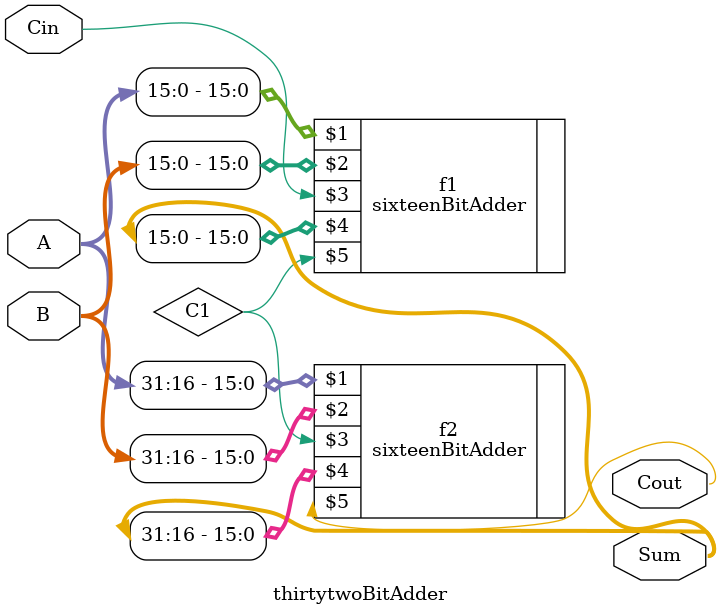
<source format=v>
`include "sixteenBitAdder.v"

module thirtytwoBitAdder(A,B,Cin,Sum,Cout);
	input [31:0] A,B;
	input Cin;
	output [31:0] Sum;
	output Cout;
	wire C1;
	
	sixteenBitAdder f1(A[15:0],B[15:0], Cin, Sum[15:0], C1);
	sixteenBitAdder f2(A[31:16],B[31:16], C1, Sum[31:16], Cout);
	
endmodule



</source>
